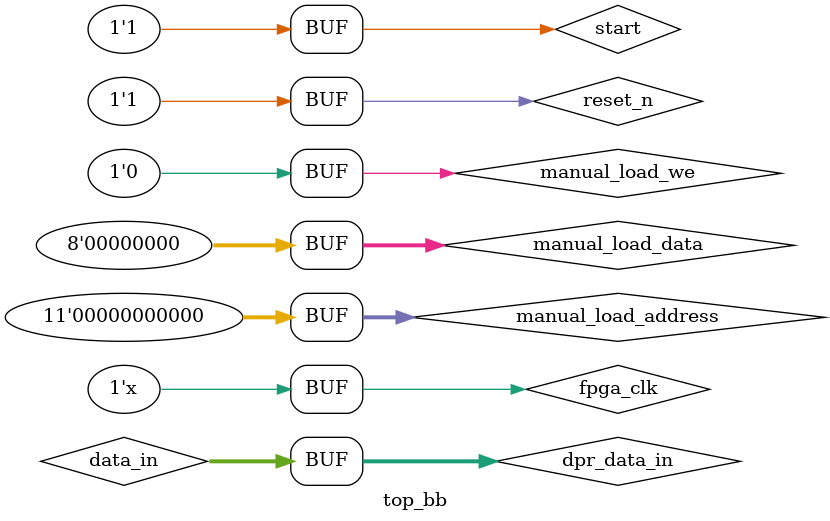
<source format=sv>
/*
	This module is the top of all tops
*/
module top_bb ; 

//localparameters
localparam ELEMENT_BITS   = 8    ; 
localparam WEIGHTS = 64 ; 
localparam FEATURES = 4 ; 
localparam MAIN_MEM_DEPTH = 2048 ; 
localparam MAIN_MEM_ADD_LEN = 11 ; 
localparam CYCLES = 10 ; 
localparam WORD_SIZE = {{MAIN_MEM_ADD_LEN-4{1'b0}},4'b1000} ; 
localparam INPUT_SIZE = FEATURES*CYCLES ; 
localparam ZERO	= {MAIN_MEM_ADD_LEN{1'b0}} ; 
localparam IN_FIRST = ZERO ;
localparam W1_FIRST  = IN_FIRST + INPUT_SIZE ; 
localparam W2_FIRST  = W1_FIRST + WEIGHTS ; 
localparam OUT_FIRST = W2_FIRST + WEIGHTS ;

logic							fpga_clk;				// clk from FPGA oscillator
logic							reset_n;				// system reset, active low
logic 							start; 					// wake system up, active high, pulse
logic 							start_trans; 			// start data transaction, cpu outputs, dmac input
logic	[2:0]					op_mode;				// system mode
logic	[ELEMENT_BITS-1:0]		data_in;				// data to write to main_mem
logic	[ELEMENT_BITS-1:0]		data_out;				// data to read from main_mem
logic							direct;					// direction of data transition: 0=main_mem to lstm, 1=lstm to main_mem
logic	[MAIN_MEM_ADD_LEN-1:0]	main_mem_first_address;	// address of first word to read from \ write to
logic	[MAIN_MEM_ADD_LEN-1:0]	main_mem_count;			// number of consecutive words to read from \ write to 
logic	[MAIN_MEM_ADD_LEN-1:0]	main_mem_address_in;		// dmac generates to main_mem
logic	[MAIN_MEM_ADD_LEN-1:0]	main_mem_address_out;		// dmac generates to main_mem
logic							main_mem_oe ; 
logic							main_mem_we ; 
logic							manual_load_we ; 
logic	[ELEMENT_BITS-1:0]		manual_load_data ; 
logic	[MAIN_MEM_ADD_LEN-1:0]	manual_load_address ; 
logic							dpr_we ; 
logic	[ELEMENT_BITS-1:0]		dpr_data_in ; 
logic	[MAIN_MEM_ADD_LEN-1:0]	dpr_address_in ; 


top uut (
	.fpga_clk(fpga_clk),
	.reset_n(reset_n),
	.start(start),
	.op_mode(op_mode),
	.data_in(data_out),
	.data_out(data_in)
);

cpu cpu (
	.fpga_clk(fpga_clk),
	.reset_n(reset_n),
	.op_mode(op_mode),
	.start(start_trans),
	.direct(direct),
	.main_mem_count(main_mem_count),
	.main_mem_first_address(main_mem_first_address)
);

dmac dmac (
	.fpga_clk(fpga_clk),
	.reset_n(reset_n),
	.direct(direct),
	.start(start_trans),
	.main_mem_count(main_mem_count),
	.main_mem_first_address(main_mem_first_address),
	.main_mem_address_in_delayed(main_mem_address_in),
	.main_mem_address_out(main_mem_address_out),
	.main_mem_we_delayed(main_mem_we),
	.main_mem_oe(main_mem_oe)
);

dpr #(
	.FEATURE_BITS(6),
	.ELEMENT_BITS(ELEMENT_BITS),
	.RAM_DEPTH(MAIN_MEM_DEPTH)
) 
main_mem (
	.sys_clk(fpga_clk),
	.reset_n(reset_n),
	.address_in(dpr_address_in),
	.data_in(dpr_data_in),
	.cs_in(dpr_we), 
	.we_in(dpr_we),
	.address_out(main_mem_address_out),
	.oe_out(main_mem_oe),
	.cs_out(main_mem_oe),
	.data_out(data_out)
);

always_comb begin
	dpr_we = start ? main_mem_we : manual_load_we ; 
	dpr_data_in = start ? data_in : manual_load_data ; 
	dpr_address_in = start ? main_mem_address_in : manual_load_address ; 
end

initial begin
	fpga_clk = 1'b1 ; 
	reset_n = 1'b0 ;
	start = 1'b0 ; 
	#10
	//load main_mem manually
	reset_n = 1'b1 ;
	manual_load_we = 1'b1 ; 
		//write W1
		for (int i=0; i<WEIGHTS; i++) begin
			#10
			manual_load_address = W1_FIRST + i ; 
			if(i<20)
				manual_load_data = 8'b00000100 ; 
			else if (i<40)
				manual_load_data = 8'b00000011 ; 
			else
				manual_load_data = 8'b00000010 ; 
		end
		//write W2
		for (int i=0; i<WEIGHTS; i++) begin
			#10
			manual_load_address = W2_FIRST + i ; 
			if(i<20)
				manual_load_data = 8'b00000100 ;  
			else if (i<40)
				manual_load_data = 8'b00000011 ; 
			else
				manual_load_data = 8'b00000010 ; 
		end
		#10
		//write Inputs
		manual_load_address = IN_FIRST ; 
		manual_load_data = 8'b00000001 ;  
		#10
		manual_load_address = IN_FIRST + 1; 
		manual_load_data = 8'b00000010 ;  
		#10
		manual_load_address = IN_FIRST + 2 ; 
		manual_load_data = 8'b00000011 ;  
		#10
		manual_load_address = IN_FIRST + 3 ; 
		manual_load_data = 8'b00000100 ;   
		#10
		manual_load_address = IN_FIRST + 4 ; 
		manual_load_data = 8'b00000101 ;    
		#10
		manual_load_address = IN_FIRST + 5 ; 
		manual_load_data = 8'b00000110 ;    
		#10
		manual_load_address = IN_FIRST + 6 ; 
		manual_load_data = 8'b00000111 ;    
		#10
		manual_load_address = IN_FIRST + 7 ; 
		manual_load_data = 8'b00001000 ;    
		#10
		manual_load_address = IN_FIRST + 8 ; 
		manual_load_data = 8'b00000111 ;    
		#10
		manual_load_address = IN_FIRST + 9 ; 
		manual_load_data = 8'b00000110 ;    
		#10
		manual_load_address = IN_FIRST + 10 ; 
		manual_load_data = 8'b00000101 ;  
		#10
		manual_load_address = IN_FIRST + 11 ; 
		manual_load_data = 8'b00000100 ;  
		#10
		manual_load_address = IN_FIRST + 12 ; 
		manual_load_data = 8'b00000011 ;  
		#10
		manual_load_address = IN_FIRST + 13 ; 
		manual_load_data = 8'b00000010 ;  
		#10
		manual_load_address = IN_FIRST + 14 ; 
		manual_load_data = 8'b00000001 ;  
		#10
		manual_load_address = IN_FIRST + 15 ; 
		manual_load_data = 8'b00001000 ;  
		#10
		manual_load_address = 0 ; 
		manual_load_data = 0 ; 
	manual_load_we = 1'b0 ; 
	#500
	start = 1'b1 ; 
end

always begin
	#5
	fpga_clk= ~fpga_clk;
end

endmodule
</source>
